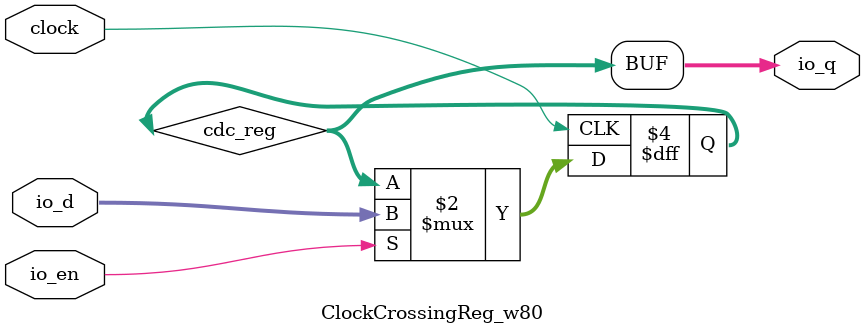
<source format=sv>
`ifndef RANDOMIZE
  `ifdef RANDOMIZE_REG_INIT
    `define RANDOMIZE
  `endif // RANDOMIZE_REG_INIT
`endif // not def RANDOMIZE
`ifndef RANDOMIZE
  `ifdef RANDOMIZE_MEM_INIT
    `define RANDOMIZE
  `endif // RANDOMIZE_MEM_INIT
`endif // not def RANDOMIZE

`ifndef RANDOM
  `define RANDOM $random
`endif // not def RANDOM

// Users can define 'PRINTF_COND' to add an extra gate to prints.
`ifndef PRINTF_COND_
  `ifdef PRINTF_COND
    `define PRINTF_COND_ (`PRINTF_COND)
  `else  // PRINTF_COND
    `define PRINTF_COND_ 1
  `endif // PRINTF_COND
`endif // not def PRINTF_COND_

// Users can define 'ASSERT_VERBOSE_COND' to add an extra gate to assert error printing.
`ifndef ASSERT_VERBOSE_COND_
  `ifdef ASSERT_VERBOSE_COND
    `define ASSERT_VERBOSE_COND_ (`ASSERT_VERBOSE_COND)
  `else  // ASSERT_VERBOSE_COND
    `define ASSERT_VERBOSE_COND_ 1
  `endif // ASSERT_VERBOSE_COND
`endif // not def ASSERT_VERBOSE_COND_

// Users can define 'STOP_COND' to add an extra gate to stop conditions.
`ifndef STOP_COND_
  `ifdef STOP_COND
    `define STOP_COND_ (`STOP_COND)
  `else  // STOP_COND
    `define STOP_COND_ 1
  `endif // STOP_COND
`endif // not def STOP_COND_

// Users can define INIT_RANDOM as general code that gets injected into the
// initializer block for modules with registers.
`ifndef INIT_RANDOM
  `define INIT_RANDOM
`endif // not def INIT_RANDOM

// If using random initialization, you can also define RANDOMIZE_DELAY to
// customize the delay used, otherwise 0.002 is used.
`ifndef RANDOMIZE_DELAY
  `define RANDOMIZE_DELAY 0.002
`endif // not def RANDOMIZE_DELAY

// Define INIT_RANDOM_PROLOG_ for use in our modules below.
`ifndef INIT_RANDOM_PROLOG_
  `ifdef RANDOMIZE
    `ifdef VERILATOR
      `define INIT_RANDOM_PROLOG_ `INIT_RANDOM
    `else  // VERILATOR
      `define INIT_RANDOM_PROLOG_ `INIT_RANDOM #`RANDOMIZE_DELAY begin end
    `endif // VERILATOR
  `else  // RANDOMIZE
    `define INIT_RANDOM_PROLOG_
  `endif // RANDOMIZE
`endif // not def INIT_RANDOM_PROLOG_

module ClockCrossingReg_w80(
  input         clock,
  input  [79:0] io_d,
  input         io_en,
  output [79:0] io_q
);

  reg [79:0] cdc_reg;	// @[Reg.scala:19:16]
  always @(posedge clock) begin
    if (io_en)
      cdc_reg <= io_d;	// @[Reg.scala:19:16]
  end // always @(posedge)
  `ifndef SYNTHESIS
    `ifdef FIRRTL_BEFORE_INITIAL
      `FIRRTL_BEFORE_INITIAL
    `endif // FIRRTL_BEFORE_INITIAL
    logic [31:0] _RANDOM_0;
    logic [31:0] _RANDOM_1;
    logic [31:0] _RANDOM_2;
    initial begin
      `ifdef INIT_RANDOM_PROLOG_
        `INIT_RANDOM_PROLOG_
      `endif // INIT_RANDOM_PROLOG_
      `ifdef RANDOMIZE_REG_INIT
        _RANDOM_0 = `RANDOM;
        _RANDOM_1 = `RANDOM;
        _RANDOM_2 = `RANDOM;
        cdc_reg = {_RANDOM_0, _RANDOM_1, _RANDOM_2[15:0]};	// @[Reg.scala:19:16]
      `endif // RANDOMIZE_REG_INIT
    end // initial
    `ifdef FIRRTL_AFTER_INITIAL
      `FIRRTL_AFTER_INITIAL
    `endif // FIRRTL_AFTER_INITIAL
  `endif // not def SYNTHESIS
  assign io_q = cdc_reg;	// @[Reg.scala:19:16]
endmodule


</source>
